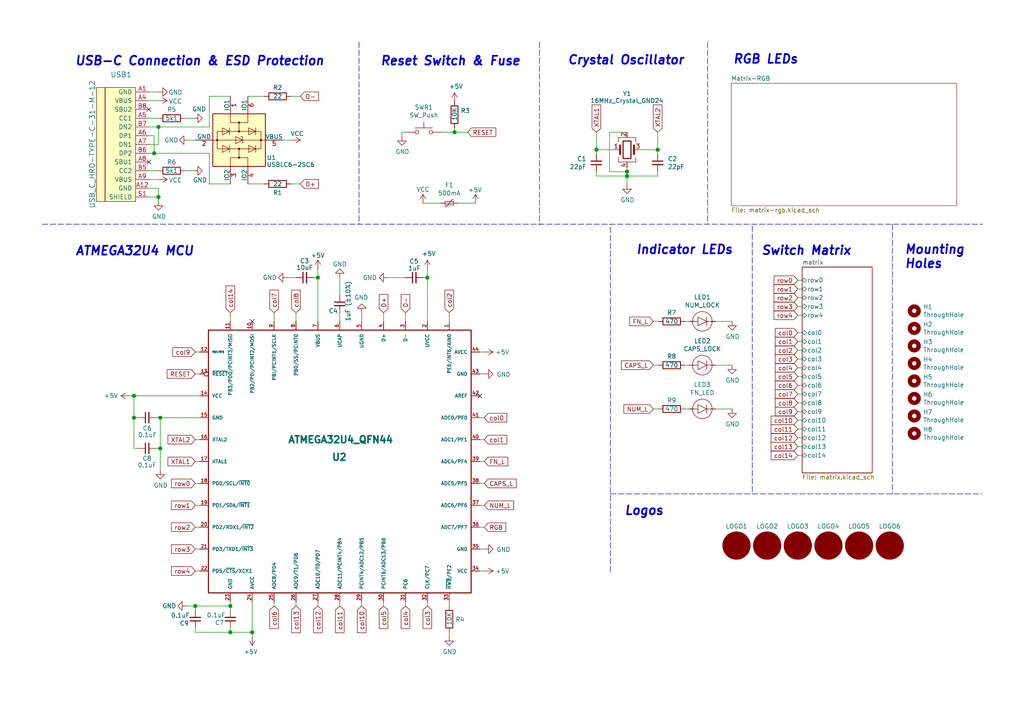
<source format=kicad_sch>
(kicad_sch (version 20210406) (generator eeschema)
  (paper "A4")
  (title_block (title "Arisutea RGB Keyboard") (date "2021-06-19") (rev "0.3") (company "mattyams"))
  (lib_symbols
    (symbol "Device:R" (pin_numbers hide) (pin_names (offset 0))
      (property "Reference" "R" (at 2.032 0 90))
      (property "Value" "R" (at 0 0 90))
      (symbol "R_0_1"
        (rectangle (start -1.016 -2.54) (end 1.016 2.54) (stroke (width 0.254)))
      )
      (symbol "R_1_1"
        (pin passive line (at 0 3.81 270) (length 1.27) (name "~") (number "1"))
        (pin passive line (at 0 -3.81 90) (length 1.27) (name "~") (number "2"))
      )
    )
    (symbol "arisutea-pcb:ATmega32U4-AU-MCU_Microchip_ATmega" (pin_names (offset 1.016))
      (property "Reference" "U" (at 0 1.27 0))
      (property "Value" "ATmega32U4-AU-MCU_Microchip_ATmega" (at 0 -2.54 0))
      (symbol "ATmega32U4-AU-MCU_Microchip_ATmega_0_1"
        (rectangle (start -38.1 38.1) (end 38.1 -38.1) (stroke (width 0.3048)))
      )
      (symbol "ATmega32U4-AU-MCU_Microchip_ATmega_1_1"
        (pin bidirectional line (at -40.64 31.75 0) (length 2.54) (name "PE6/INT6/AIN0") (number "1"))
        (pin bidirectional line (at -40.64 -25.4 0) (length 2.54) (name "PB2/PDI/PCINT2/MOSI") (number "10"))
        (pin bidirectional line (at -40.64 -31.75 0) (length 2.54) (name "PB3/PDO/PCINT3/MISO") (number "11"))
        (pin bidirectional line (at -31.75 -40.64 90) (length 2.54) (name "PB7/RTS") (number "12"))
        (pin input inverted (at -25.4 -40.64 90) (length 2.54) (name "~RESET~") (number "13"))
        (pin power_in line (at -19.05 -40.64 90) (length 2.54) (name "VCC") (number "14"))
        (pin power_in line (at -12.7 -40.64 90) (length 2.54) (name "GND") (number "15"))
        (pin input line (at -6.35 -40.64 90) (length 2.54) (name "XTAL2") (number "16"))
        (pin input line (at 0 -40.64 90) (length 2.54) (name "XTAL1") (number "17"))
        (pin bidirectional line (at 6.35 -40.64 90) (length 2.54) (name "PD0/SCL/~INT0~") (number "18"))
        (pin bidirectional line (at 12.7 -40.64 90) (length 2.54) (name "PD1/SDA/~INT1~") (number "19"))
        (pin power_in line (at -40.64 25.4 0) (length 2.54) (name "UVCC") (number "2"))
        (pin bidirectional line (at 19.05 -40.64 90) (length 2.54) (name "PD2/RDX1/~INT2~") (number "20"))
        (pin bidirectional line (at 25.4 -40.64 90) (length 2.54) (name "PD3/TXD1/~INT3~") (number "21"))
        (pin bidirectional line (at 31.75 -40.64 90) (length 2.54) (name "PD5/~CTS~/XCK1") (number "22"))
        (pin power_in line (at 40.64 -31.75 180) (length 2.54) (name "GND") (number "23"))
        (pin power_in line (at 40.64 -25.4 180) (length 2.54) (name "AVCC") (number "24"))
        (pin bidirectional line (at 40.64 -19.05 180) (length 2.54) (name "ADC8/PD4") (number "25"))
        (pin bidirectional line (at 40.64 -12.7 180) (length 2.54) (name "ADC9/T1/PD6") (number "26"))
        (pin bidirectional line (at 40.64 -6.35 180) (length 2.54) (name "ADC10/T0/PD7") (number "27"))
        (pin bidirectional line (at 40.64 0 180) (length 2.54) (name "ADC11/PCINT4/PB4") (number "28"))
        (pin bidirectional line (at 40.64 6.35 180) (length 2.54) (name "PCINT4/ADC12/PB5") (number "29"))
        (pin bidirectional line (at -40.64 19.05 0) (length 2.54) (name "D-") (number "3"))
        (pin bidirectional line (at 40.64 12.7 180) (length 2.54) (name "PCINT6/ADC13/PB6") (number "30"))
        (pin bidirectional line (at 40.64 19.05 180) (length 2.54) (name "PC6") (number "31"))
        (pin bidirectional line (at 40.64 25.4 180) (length 2.54) (name "CLK/PC7") (number "32"))
        (pin bidirectional line (at 40.64 31.75 180) (length 2.54) (name "~HWB~/PE2") (number "33"))
        (pin power_in line (at 31.75 40.64 270) (length 2.54) (name "VCC") (number "34"))
        (pin power_in line (at 25.4 40.64 270) (length 2.54) (name "GND") (number "35"))
        (pin bidirectional line (at 19.05 40.64 270) (length 2.54) (name "ADC7/PF7") (number "36"))
        (pin bidirectional line (at 12.7 40.64 270) (length 2.54) (name "ADC6/PF6") (number "37"))
        (pin bidirectional line (at 6.35 40.64 270) (length 2.54) (name "ADC5/PF5") (number "38"))
        (pin bidirectional line (at 0 40.64 270) (length 2.54) (name "ADC4/PF4") (number "39"))
        (pin bidirectional line (at -40.64 12.7 0) (length 2.54) (name "D+") (number "4"))
        (pin bidirectional line (at -6.35 40.64 270) (length 2.54) (name "ADC1/PF1") (number "40"))
        (pin bidirectional line (at -12.7 40.64 270) (length 2.54) (name "ADC0/PF0") (number "41"))
        (pin input line (at -19.05 40.64 270) (length 2.54) (name "AREF") (number "42"))
        (pin power_in line (at -25.4 40.64 270) (length 2.54) (name "GND") (number "43"))
        (pin power_in line (at -31.75 40.64 270) (length 2.54) (name "AVCC") (number "44"))
        (pin power_in line (at -40.64 6.35 0) (length 2.54) (name "UGND") (number "5"))
        (pin input line (at -40.64 0 0) (length 2.54) (name "UCAP") (number "6"))
        (pin power_in line (at -40.64 -6.35 0) (length 2.54) (name "VBUS") (number "7"))
        (pin bidirectional line (at -40.64 -12.7 0) (length 2.54) (name "PB0/SS/PCINT0") (number "8"))
        (pin bidirectional line (at -40.64 -19.05 0) (length 2.54) (name "PBI/PCINT1/SCLK") (number "9"))
      )
    )
    (symbol "arisutea-pcb:Device_C_Small" (pin_numbers hide) (pin_names (offset 0.254) hide)
      (property "Reference" "C" (at 0.254 1.778 0))
      (property "Value" "Device_C_Small" (at 0.254 -2.032 0))
      (symbol "Device_C_Small_0_1"
        (polyline (pts (xy -1.524 -0.508) (xy 1.524 -0.508)) (stroke (width 0.3302)))
        (polyline (pts (xy -1.524 0.508) (xy 1.524 0.508)) (stroke (width 0.3048)))
      )
      (symbol "Device_C_Small_1_1"
        (pin passive line (at 0 2.54 270) (length 2.032) (name "~") (number "1"))
        (pin passive line (at 0 -2.54 90) (length 2.032) (name "~") (number "2"))
      )
    )
    (symbol "arisutea-pcb:Device_Crystal_GND24" (pin_names (offset 1.016) hide)
      (property "Reference" "Y" (at 3.175 5.08 0))
      (property "Value" "Device_Crystal_GND24" (at 3.175 3.175 0))
      (symbol "Device_Crystal_GND24_0_1"
        (rectangle (start -1.143 2.54) (end 1.143 -2.54) (stroke (width 0.3048)))
        (polyline (pts (xy -2.54 0) (xy -2.032 0)))
        (polyline (pts (xy -2.032 -1.27) (xy -2.032 1.27)) (stroke (width 0.508)))
        (polyline (pts (xy 0 -3.81) (xy 0 -3.556)))
        (polyline (pts (xy 0 3.556) (xy 0 3.81)))
        (polyline (pts (xy 2.032 -1.27) (xy 2.032 1.27)) (stroke (width 0.508)))
        (polyline (pts (xy 2.032 0) (xy 2.54 0)))
        (polyline (pts (xy -2.54 -2.286) (xy -2.54 -3.556) (xy 2.54 -3.556) (xy 2.54 -2.286)))
        (polyline (pts (xy -2.54 2.286) (xy -2.54 3.556) (xy 2.54 3.556) (xy 2.54 2.286)))
      )
      (symbol "Device_Crystal_GND24_1_1"
        (pin passive line (at -3.81 0 0) (length 1.27) (name "1") (number "1"))
        (pin passive line (at 0 5.08 270) (length 1.27) (name "2") (number "2"))
        (pin passive line (at 3.81 0 180) (length 1.27) (name "3") (number "3"))
        (pin passive line (at 0 -5.08 90) (length 1.27) (name "4") (number "4"))
      )
    )
    (symbol "arisutea-pcb:Device_Polyfuse_Small" (pin_numbers hide) (pin_names (offset 0))
      (property "Reference" "F" (at -1.905 0 90))
      (property "Value" "Device_Polyfuse_Small" (at 1.905 0 90))
      (symbol "Device_Polyfuse_Small_0_1"
        (rectangle (start -0.508 1.27) (end 0.508 -1.27))
        (polyline (pts (xy 0 2.54) (xy 0 -2.54)))
        (polyline (pts (xy -1.016 1.27) (xy -1.016 0.762) (xy 1.016 -0.762) (xy 1.016 -1.27)))
      )
      (symbol "Device_Polyfuse_Small_1_1"
        (pin passive line (at 0 2.54 270) (length 0.635) (name "~") (number "1"))
        (pin passive line (at 0 -2.54 90) (length 0.635) (name "~") (number "2"))
      )
    )
    (symbol "arisutea-pcb:Device_R" (pin_numbers hide) (pin_names (offset 0))
      (property "Reference" "R" (at 2.032 0 90))
      (property "Value" "Device_R" (at 0 0 90))
      (symbol "Device_R_0_1"
        (rectangle (start -1.016 -2.54) (end 1.016 2.54) (stroke (width 0.254)))
      )
      (symbol "Device_R_1_1"
        (pin passive line (at 0 3.81 270) (length 1.27) (name "~") (number "1"))
        (pin passive line (at 0 -3.81 90) (length 1.27) (name "~") (number "2"))
      )
    )
    (symbol "arisutea-pcb:LED" (pin_names (offset 1.016))
      (property "Reference" "LED" (at 0 3.81 0))
      (property "Value" "LED" (at 0 -3.81 0))
      (symbol "LED_0_1"
        (circle (center 0 0) (radius 2.8448))
        (polyline (pts (xy -2.54 0) (xy -3.81 0)))
        (polyline (pts (xy -1.27 -1.27) (xy -1.27 1.27)))
        (polyline (pts (xy -1.27 0) (xy -2.54 0)))
        (polyline (pts (xy 2.54 0) (xy 3.81 0)))
        (polyline (pts (xy 2.54 0) (xy 1.27 0) (xy 1.27 -1.27) (xy 1.27 1.27) (xy -1.27 0) (xy 1.27 -1.27) (xy 1.27 0)))
      )
      (symbol "LED_1_1"
        (pin input line (at 3.81 0 180) (length 1.27) (name "A") (number "A"))
        (pin output line (at -3.81 0 0) (length 1.27) (name "C") (number "C"))
      )
    )
    (symbol "arisutea-pcb:LOGO" (pin_numbers hide) (pin_names (offset 0) hide)
      (property "Reference" "LOGO" (at 0 -6.35 0))
      (property "Value" "LOGO" (at 0 6.35 0))
      (symbol "LOGO_0_1"
        (circle (center 0 0) (radius 4.0132) (fill (type outline)))
      )
    )
    (symbol "arisutea-pcb:Mechanical_MountingHole" (pin_names (offset 1.016))
      (property "Reference" "H" (at 0 5.08 0))
      (property "Value" "Mechanical_MountingHole" (at 0 3.175 0))
      (symbol "Mechanical_MountingHole_0_1"
        (circle (center 0 0) (radius 1.27) (stroke (width 1.27)))
      )
    )
    (symbol "arisutea-pcb:Switch_SW_Push" (pin_numbers hide) (pin_names (offset 1.016) hide)
      (property "Reference" "SW" (at 1.27 2.54 0))
      (property "Value" "Switch_SW_Push" (at 0 -1.524 0))
      (symbol "Switch_SW_Push_0_1"
        (circle (center -2.032 0) (radius 0.508))
        (circle (center 2.032 0) (radius 0.508))
        (polyline (pts (xy 0 1.27) (xy 0 3.048)))
        (polyline (pts (xy 2.54 1.27) (xy -2.54 1.27)))
        (pin passive line (at -5.08 0 0) (length 2.54) (name "1") (number "1"))
        (pin passive line (at 5.08 0 180) (length 2.54) (name "2") (number "2"))
      )
    )
    (symbol "arisutea-pcb:USBLC6-2SC6-Power_Protection" (pin_names (offset 0))
      (property "Reference" "U" (at 5.08 8.89 0))
      (property "Value" "USBLC6-2SC6-Power_Protection" (at 10.16 -10.16 0))
      (symbol "USBLC6-2SC6-Power_Protection_0_1"
        (circle (center -5.08 0) (radius 0.254) (fill (type outline)))
        (circle (center -2.54 0) (radius 0.254) (fill (type outline)))
        (circle (center 0 -6.35) (radius 0.254) (fill (type outline)))
        (circle (center 0 6.35) (radius 0.254) (fill (type outline)))
        (circle (center 2.54 0) (radius 0.254) (fill (type outline)))
        (circle (center 5.08 0) (radius 0.254) (fill (type outline)))
        (rectangle (start -2.54 6.35) (end 2.54 -6.35))
        (rectangle (start -7.62 -7.62) (end 7.62 7.62) (stroke (width 0.254)) (fill (type background)))
        (polyline (pts (xy -5.08 -2.54) (xy -7.62 -2.54)))
        (polyline (pts (xy -5.08 0) (xy -5.08 -2.54)))
        (polyline (pts (xy -5.08 2.54) (xy -7.62 2.54)))
        (polyline (pts (xy -1.524 -2.794) (xy -3.556 -2.794)))
        (polyline (pts (xy -1.524 4.826) (xy -3.556 4.826)))
        (polyline (pts (xy 0 -7.62) (xy 0 -6.35)))
        (polyline (pts (xy 0 -6.35) (xy 0 1.27)))
        (polyline (pts (xy 0 1.27) (xy 0 6.35)))
        (polyline (pts (xy 0 6.35) (xy 0 7.62)))
        (polyline (pts (xy 1.524 -2.794) (xy 3.556 -2.794)))
        (polyline (pts (xy 1.524 4.826) (xy 3.556 4.826)))
        (polyline (pts (xy 5.08 -2.54) (xy 7.62 -2.54)))
        (polyline (pts (xy 5.08 0) (xy 5.08 -2.54)))
        (polyline (pts (xy 5.08 2.54) (xy 7.62 2.54)))
        (polyline (pts (xy -2.54 0) (xy -5.08 0) (xy -5.08 2.54)))
        (polyline (pts (xy 2.54 0) (xy 5.08 0) (xy 5.08 2.54)))
        (polyline (pts (xy -3.556 -4.826) (xy -1.524 -4.826) (xy -2.54 -2.794) (xy -3.556 -4.826)))
        (polyline (pts (xy -3.556 2.794) (xy -1.524 2.794) (xy -2.54 4.826) (xy -3.556 2.794)))
        (polyline (pts (xy -1.016 -1.016) (xy 1.016 -1.016) (xy 0 1.016) (xy -1.016 -1.016)))
        (polyline (pts (xy 1.016 1.016) (xy 0.762 1.016) (xy -1.016 1.016) (xy -1.016 0.508)))
        (polyline (pts (xy 3.556 -4.826) (xy 1.524 -4.826) (xy 2.54 -2.794) (xy 3.556 -4.826)))
        (polyline (pts (xy 3.556 2.794) (xy 1.524 2.794) (xy 2.54 4.826) (xy 3.556 2.794)))
      )
      (symbol "USBLC6-2SC6-Power_Protection_1_1"
        (pin passive line (at -12.7 -2.54 0) (length 5.08) (name "IO1") (number "1"))
        (pin passive line (at 0 -12.7 90) (length 5.08) (name "GND") (number "2"))
        (pin passive line (at 12.7 -2.54 180) (length 5.08) (name "IO2") (number "3"))
        (pin passive line (at 12.7 2.54 180) (length 5.08) (name "IO2") (number "4"))
        (pin passive line (at 0 12.7 270) (length 5.08) (name "VBUS") (number "5"))
        (pin passive line (at -12.7 2.54 0) (length 5.08) (name "IO1") (number "6"))
      )
    )
    (symbol "arisutea-pcb:USB_HRO-TYPE-C-31-M-12" (pin_names (offset 1.016))
      (property "Reference" "USB" (at -5.08 16.51 0))
      (property "Value" "USB_HRO-TYPE-C-31-M-12" (at -10.16 -1.27 90))
      (symbol "USB_HRO-TYPE-C-31-M-12_0_1"
        (rectangle (start -11.43 15.24) (end -8.89 -17.78) (fill (type background)))
        (rectangle (start 0 -17.78) (end -8.89 15.24) (fill (type background)))
      )
      (symbol "USB_HRO-TYPE-C-31-M-12_1_1"
        (pin input line (at 3.81 13.97 180) (length 3.81) (name "GND") (number "A1"))
        (pin input line (at 3.81 -13.97 180) (length 3.81) (name "GND") (number "A12"))
        (pin input line (at 3.81 11.43 180) (length 3.81) (name "VBUS") (number "A4"))
        (pin input line (at 3.81 6.35 180) (length 3.81) (name "CC1") (number "A5"))
        (pin input line (at 3.81 1.27 180) (length 3.81) (name "DP1") (number "A6"))
        (pin input line (at 3.81 -1.27 180) (length 3.81) (name "DN1") (number "A7"))
        (pin input line (at 3.81 -6.35 180) (length 3.81) (name "SBU1") (number "A8"))
        (pin input line (at 3.81 -11.43 180) (length 3.81) (name "VBUS") (number "A9"))
        (pin input line (at 3.81 -8.89 180) (length 3.81) (name "CC2") (number "B5"))
        (pin input line (at 3.81 -3.81 180) (length 3.81) (name "DP2") (number "B6"))
        (pin input line (at 3.81 3.81 180) (length 3.81) (name "DN2") (number "B7"))
        (pin input line (at 3.81 8.89 180) (length 3.81) (name "SBU2") (number "B8"))
        (pin input line (at 3.81 -16.51 180) (length 3.81) (name "SHIELD") (number "S1"))
      )
    )
    (symbol "power:+5V" (power) (pin_names (offset 0))
      (property "Value" "+5V" (at 0 3.556 0))
      (symbol "+5V_0_1"
        (polyline (pts (xy -0.762 1.27) (xy 0 2.54)))
        (polyline (pts (xy 0 0) (xy 0 2.54)))
        (polyline (pts (xy 0 2.54) (xy 0.762 1.27)))
      )
      (symbol "+5V_1_1"
        (pin power_in line (at 0 0 90) (length 0) hide (name "+5V") (number "1"))
      )
    )
    (symbol "power:GND" (power) (pin_names (offset 0))
      (property "Value" "GND" (at 0 -3.81 0))
      (symbol "GND_0_1"
        (polyline (pts (xy 0 0) (xy 0 -1.27) (xy 1.27 -1.27) (xy 0 -2.54) (xy -1.27 -1.27) (xy 0 -1.27)))
      )
      (symbol "GND_1_1"
        (pin power_in line (at 0 0 270) (length 0) hide (name "GND") (number "1"))
      )
    )
    (symbol "power:VCC" (power) (pin_names (offset 0))
      (property "Value" "VCC" (at 0 3.81 0))
      (symbol "VCC_0_1"
        (polyline (pts (xy -0.762 1.27) (xy 0 2.54)))
        (polyline (pts (xy 0 0) (xy 0 2.54)))
        (polyline (pts (xy 0 2.54) (xy 0.762 1.27)))
      )
      (symbol "VCC_1_1"
        (pin power_in line (at 0 0 90) (length 0) hide (name "VCC") (number "1"))
      )
    )
  )
  (junction (at 38.862 114.808) (diameter 1.016))
  (junction (at 38.862 121.158) (diameter 1.016))
  (junction (at 44.704 44.45) (diameter 1.016))
  (junction (at 45.974 36.83) (diameter 1.016))
  (junction (at 45.974 57.15) (diameter 1.016))
  (junction (at 46.482 121.158) (diameter 1.016))
  (junction (at 46.482 130.048) (diameter 1.016))
  (junction (at 56.642 175.768) (diameter 1.016))
  (junction (at 66.802 175.768) (diameter 1.016))
  (junction (at 66.802 183.388) (diameter 1.016))
  (junction (at 73.152 183.388) (diameter 1.016))
  (junction (at 92.202 80.518) (diameter 1.016))
  (junction (at 123.952 80.518) (diameter 1.016))
  (junction (at 131.826 38.354) (diameter 1.016))
  (junction (at 172.974 43.434) (diameter 1.016))
  (junction (at 181.864 49.784) (diameter 1.016))
  (junction (at 181.864 51.054) (diameter 1.016))
  (junction (at 190.754 43.434) (diameter 1.016))
  (no_connect (at 43.18 31.75))
  (no_connect (at 43.18 46.99))
  (no_connect (at 73.152 93.218))
  (no_connect (at 139.192 114.808))
  (wire (pts (xy 37.592 114.808) (xy 38.862 114.808)))
  (wire (pts (xy 38.862 114.808) (xy 38.862 121.158)))
  (wire (pts (xy 38.862 114.808) (xy 57.912 114.808)))
  (wire (pts (xy 38.862 121.158) (xy 38.862 130.048)))
  (wire (pts (xy 38.862 121.158) (xy 40.132 121.158)))
  (wire (pts (xy 38.862 130.048) (xy 40.132 130.048)))
  (wire (pts (xy 43.18 26.67) (xy 45.974 26.67)))
  (wire (pts (xy 43.18 29.21) (xy 45.974 29.21)))
  (wire (pts (xy 43.18 34.29) (xy 45.974 34.29)))
  (wire (pts (xy 43.18 41.91) (xy 45.974 41.91)))
  (wire (pts (xy 43.18 44.45) (xy 44.704 44.45)))
  (wire (pts (xy 43.18 49.53) (xy 45.974 49.53)))
  (wire (pts (xy 43.18 52.07) (xy 45.974 52.07)))
  (wire (pts (xy 43.18 54.61) (xy 45.974 54.61)))
  (wire (pts (xy 43.18 57.15) (xy 45.974 57.15)))
  (wire (pts (xy 44.704 39.37) (xy 43.18 39.37)))
  (wire (pts (xy 44.704 44.45) (xy 44.704 39.37)))
  (wire (pts (xy 45.974 36.83) (xy 43.18 36.83)))
  (wire (pts (xy 45.974 41.91) (xy 45.974 36.83)))
  (wire (pts (xy 45.974 54.61) (xy 45.974 57.15)))
  (wire (pts (xy 45.974 57.15) (xy 45.974 58.42)))
  (wire (pts (xy 46.482 121.158) (xy 45.212 121.158)))
  (wire (pts (xy 46.482 121.158) (xy 46.482 130.048)))
  (wire (pts (xy 46.482 121.158) (xy 57.912 121.158)))
  (wire (pts (xy 46.482 130.048) (xy 45.212 130.048)))
  (wire (pts (xy 46.482 130.048) (xy 46.482 136.398)))
  (wire (pts (xy 53.594 34.29) (xy 56.134 34.29)))
  (wire (pts (xy 53.594 49.53) (xy 56.134 49.53)))
  (wire (pts (xy 54.102 175.768) (xy 56.642 175.768)))
  (wire (pts (xy 54.61 40.64) (xy 56.642 40.64)))
  (wire (pts (xy 56.642 102.108) (xy 57.912 102.108)))
  (wire (pts (xy 56.642 108.458) (xy 57.912 108.458)))
  (wire (pts (xy 56.642 127.508) (xy 57.912 127.508)))
  (wire (pts (xy 56.642 133.858) (xy 57.912 133.858)))
  (wire (pts (xy 56.642 140.208) (xy 57.912 140.208)))
  (wire (pts (xy 56.642 146.558) (xy 57.912 146.558)))
  (wire (pts (xy 56.642 152.908) (xy 57.912 152.908)))
  (wire (pts (xy 56.642 159.258) (xy 57.912 159.258)))
  (wire (pts (xy 56.642 165.608) (xy 57.912 165.608)))
  (wire (pts (xy 56.642 175.768) (xy 66.802 175.768)))
  (wire (pts (xy 56.642 177.038) (xy 56.642 175.768)))
  (wire (pts (xy 56.642 183.388) (xy 56.642 182.118)))
  (wire (pts (xy 56.642 183.388) (xy 66.802 183.388)))
  (wire (pts (xy 60.706 27.94) (xy 60.706 36.83)))
  (wire (pts (xy 60.706 36.83) (xy 45.974 36.83)))
  (wire (pts (xy 60.706 44.45) (xy 44.704 44.45)))
  (wire (pts (xy 60.706 53.34) (xy 60.706 44.45)))
  (wire (pts (xy 66.802 27.94) (xy 60.706 27.94)))
  (wire (pts (xy 66.802 53.34) (xy 60.706 53.34)))
  (wire (pts (xy 66.802 90.678) (xy 66.802 93.218)))
  (wire (pts (xy 66.802 174.498) (xy 66.802 175.768)))
  (wire (pts (xy 66.802 177.038) (xy 66.802 175.768)))
  (wire (pts (xy 66.802 183.388) (xy 66.802 182.118)))
  (wire (pts (xy 66.802 183.388) (xy 73.152 183.388)))
  (wire (pts (xy 71.882 27.94) (xy 76.708 27.94)))
  (wire (pts (xy 71.882 53.34) (xy 76.708 53.34)))
  (wire (pts (xy 73.152 174.498) (xy 73.152 183.388)))
  (wire (pts (xy 73.152 183.388) (xy 73.152 184.658)))
  (wire (pts (xy 79.502 90.678) (xy 79.502 93.218)))
  (wire (pts (xy 79.502 174.498) (xy 79.502 175.768)))
  (wire (pts (xy 82.042 40.64) (xy 84.582 40.64)))
  (wire (pts (xy 83.312 80.518) (xy 85.852 80.518)))
  (wire (pts (xy 84.328 27.94) (xy 87.122 27.94)))
  (wire (pts (xy 84.328 53.34) (xy 87.122 53.34)))
  (wire (pts (xy 85.852 90.678) (xy 85.852 93.218)))
  (wire (pts (xy 85.852 174.498) (xy 85.852 175.768)))
  (wire (pts (xy 90.932 80.518) (xy 92.202 80.518)))
  (wire (pts (xy 92.202 77.978) (xy 92.202 80.518)))
  (wire (pts (xy 92.202 80.518) (xy 92.202 93.218)))
  (wire (pts (xy 92.202 174.498) (xy 92.202 175.768)))
  (wire (pts (xy 98.552 80.518) (xy 98.552 85.598)))
  (wire (pts (xy 98.552 90.678) (xy 98.552 93.218)))
  (wire (pts (xy 98.552 174.498) (xy 98.552 175.768)))
  (wire (pts (xy 104.902 90.678) (xy 104.902 93.218)))
  (wire (pts (xy 104.902 174.498) (xy 104.902 175.768)))
  (wire (pts (xy 111.252 90.678) (xy 111.252 93.218)))
  (wire (pts (xy 111.252 174.498) (xy 111.252 175.768)))
  (wire (pts (xy 112.522 80.518) (xy 117.602 80.518)))
  (wire (pts (xy 116.586 38.354) (xy 116.586 39.624)))
  (wire (pts (xy 117.602 90.678) (xy 117.602 93.218)))
  (wire (pts (xy 117.602 174.498) (xy 117.602 175.768)))
  (wire (pts (xy 117.856 38.354) (xy 116.586 38.354)))
  (wire (pts (xy 122.682 80.518) (xy 123.952 80.518)))
  (wire (pts (xy 123.952 77.978) (xy 123.952 80.518)))
  (wire (pts (xy 123.952 80.518) (xy 123.952 93.218)))
  (wire (pts (xy 123.952 174.498) (xy 123.952 175.768)))
  (wire (pts (xy 127.762 58.928) (xy 122.682 58.928)))
  (wire (pts (xy 128.016 38.354) (xy 131.826 38.354)))
  (wire (pts (xy 130.302 90.678) (xy 130.302 93.218)))
  (wire (pts (xy 130.302 174.498) (xy 130.302 175.768)))
  (wire (pts (xy 130.302 184.658) (xy 130.302 183.388)))
  (wire (pts (xy 131.826 37.084) (xy 131.826 38.354)))
  (wire (pts (xy 131.826 38.354) (xy 135.636 38.354)))
  (wire (pts (xy 132.842 58.928) (xy 137.922 58.928)))
  (wire (pts (xy 139.192 102.108) (xy 140.462 102.108)))
  (wire (pts (xy 139.192 108.458) (xy 140.462 108.458)))
  (wire (pts (xy 139.192 121.158) (xy 140.462 121.158)))
  (wire (pts (xy 139.192 127.508) (xy 140.462 127.508)))
  (wire (pts (xy 139.192 133.858) (xy 140.462 133.858)))
  (wire (pts (xy 139.192 140.208) (xy 140.462 140.208)))
  (wire (pts (xy 139.192 146.558) (xy 140.462 146.558)))
  (wire (pts (xy 139.192 152.908) (xy 140.462 152.908)))
  (wire (pts (xy 139.192 159.258) (xy 140.462 159.258)))
  (wire (pts (xy 139.192 165.608) (xy 140.462 165.608)))
  (wire (pts (xy 172.974 43.434) (xy 172.974 38.354)))
  (wire (pts (xy 172.974 43.434) (xy 172.974 44.704)))
  (wire (pts (xy 172.974 43.434) (xy 178.054 43.434)))
  (wire (pts (xy 172.974 49.784) (xy 172.974 51.054)))
  (wire (pts (xy 172.974 51.054) (xy 181.864 51.054)))
  (wire (pts (xy 176.784 38.354) (xy 176.784 49.784)))
  (wire (pts (xy 176.784 49.784) (xy 181.864 49.784)))
  (wire (pts (xy 181.864 38.354) (xy 176.784 38.354)))
  (wire (pts (xy 181.864 49.784) (xy 181.864 48.514)))
  (wire (pts (xy 181.864 51.054) (xy 181.864 49.784)))
  (wire (pts (xy 181.864 53.594) (xy 181.864 51.054)))
  (wire (pts (xy 185.674 43.434) (xy 190.754 43.434)))
  (wire (pts (xy 189.484 93.218) (xy 191.008 93.218)))
  (wire (pts (xy 189.484 105.918) (xy 191.008 105.918)))
  (wire (pts (xy 189.484 118.618) (xy 191.008 118.618)))
  (wire (pts (xy 190.754 43.434) (xy 190.754 38.354)))
  (wire (pts (xy 190.754 43.434) (xy 190.754 44.704)))
  (wire (pts (xy 190.754 49.784) (xy 190.754 51.054)))
  (wire (pts (xy 190.754 51.054) (xy 181.864 51.054)))
  (wire (pts (xy 198.628 93.218) (xy 199.898 93.218)))
  (wire (pts (xy 198.628 105.918) (xy 199.898 105.918)))
  (wire (pts (xy 198.628 118.618) (xy 199.898 118.618)))
  (wire (pts (xy 207.518 93.218) (xy 212.344 93.218)))
  (wire (pts (xy 207.518 105.918) (xy 212.344 105.918)))
  (wire (pts (xy 207.518 118.618) (xy 212.344 118.618)))
  (wire (pts (xy 231.394 86.36) (xy 232.664 86.36)))
  (wire (pts (xy 231.394 88.9) (xy 232.664 88.9)))
  (wire (pts (xy 231.394 91.44) (xy 232.664 91.44)))
  (wire (pts (xy 231.394 96.52) (xy 232.664 96.52)))
  (wire (pts (xy 231.394 99.06) (xy 232.664 99.06)))
  (wire (pts (xy 231.394 101.6) (xy 232.664 101.6)))
  (wire (pts (xy 231.394 104.14) (xy 232.664 104.14)))
  (wire (pts (xy 231.394 106.68) (xy 232.664 106.68)))
  (wire (pts (xy 231.394 109.22) (xy 232.664 109.22)))
  (wire (pts (xy 231.394 111.76) (xy 232.664 111.76)))
  (wire (pts (xy 231.394 114.3) (xy 232.664 114.3)))
  (wire (pts (xy 231.394 116.84) (xy 232.664 116.84)))
  (wire (pts (xy 231.394 119.38) (xy 232.664 119.38)))
  (wire (pts (xy 231.394 121.92) (xy 232.664 121.92)))
  (wire (pts (xy 231.394 124.46) (xy 232.664 124.46)))
  (wire (pts (xy 231.394 127) (xy 232.664 127)))
  (wire (pts (xy 231.394 129.54) (xy 232.664 129.54)))
  (wire (pts (xy 231.394 132.08) (xy 232.664 132.08)))
  (wire (pts (xy 232.664 81.28) (xy 231.394 81.28)))
  (wire (pts (xy 232.664 83.82) (xy 231.394 83.82)))
  (polyline (pts (xy 12.192 65.024) (xy 284.988 65.024)) (stroke (width 0) (type dash)))
  (polyline (pts (xy 104.14 12.192) (xy 104.14 65.024)) (stroke (width 0) (type dash)))
  (polyline (pts (xy 156.464 12.192) (xy 156.464 65.278)) (stroke (width 0) (type dash)))
  (polyline (pts (xy 177.038 143.256) (xy 284.734 143.256)) (stroke (width 0) (type dash)))
  (polyline (pts (xy 177.038 165.862) (xy 177.038 65.024)) (stroke (width 0) (type dash)))
  (polyline (pts (xy 205.232 12.192) (xy 205.232 65.024)) (stroke (width 0) (type dash)))
  (polyline (pts (xy 218.186 65.532) (xy 218.186 143.256)) (stroke (width 0) (type dash)))
  (polyline (pts (xy 258.826 65.024) (xy 258.826 143.256)) (stroke (width 0) (type dash)))
  (text "ATMEGA32U4 MCU" (at 56.388 74.422 180) (effects (font (size 2.54 2.54) (thickness 0.508) bold italic) (justify right bottom)))
  (text "USB-C Connection & ESD Protection" (at 94.234 19.304 180) (effects (font (size 2.54 2.54) (thickness 0.508) bold italic) (justify right bottom)))
  (text "Reset Switch & Fuse" (at 151.13 19.304 180) (effects (font (size 2.54 2.54) (thickness 0.508) bold italic) (justify right bottom)))
  (text "Logos" (at 192.659 149.733 180) (effects (font (size 2.54 2.54) (thickness 0.508) bold italic) (justify right bottom)))
  (text "Crystal Oscillator" (at 198.628 19.05 180) (effects (font (size 2.54 2.54) (thickness 0.508) bold italic) (justify right bottom)))
  (text "Indicator LEDs" (at 212.725 74.041 180) (effects (font (size 2.54 2.54) (thickness 0.508) bold italic) (justify right bottom)))
  (text "RGB LEDs" (at 231.648 18.796 180) (effects (font (size 2.54 2.54) (thickness 0.508) bold italic) (justify right bottom)))
  (text "Switch Matrix" (at 247.015 74.295 180) (effects (font (size 2.54 2.54) (thickness 0.508) bold italic) (justify right bottom)))
  (text "Mounting\nHoles" (at 262.255 78.105 0) (effects (font (size 2.54 2.54) (thickness 0.508) bold italic) (justify left bottom)))
  (global_label "col9" (shape input) (at 56.642 102.108 180) (property "Intersheet References" "${INTERSHEET_REFS}" (effects hide)))
  (global_label "RESET" (shape input) (at 56.642 108.458 180) (property "Intersheet References" "${INTERSHEET_REFS}" (effects hide)))
  (global_label "XTAL2" (shape input) (at 56.642 127.508 180) (property "Intersheet References" "${INTERSHEET_REFS}" (effects hide)))
  (global_label "XTAL1" (shape input) (at 56.642 133.858 180) (property "Intersheet References" "${INTERSHEET_REFS}" (effects hide)))
  (global_label "row0" (shape input) (at 56.642 140.208 180) (property "Intersheet References" "${INTERSHEET_REFS}" (effects hide)))
  (global_label "row1" (shape input) (at 56.642 146.558 180) (property "Intersheet References" "${INTERSHEET_REFS}" (effects hide)))
  (global_label "row2" (shape input) (at 56.642 152.908 180) (property "Intersheet References" "${INTERSHEET_REFS}" (effects hide)))
  (global_label "row3" (shape input) (at 56.642 159.258 180) (property "Intersheet References" "${INTERSHEET_REFS}" (effects hide)))
  (global_label "row4" (shape input) (at 56.642 165.608 180) (property "Intersheet References" "${INTERSHEET_REFS}" (effects hide)))
  (global_label "col14" (shape input) (at 66.802 90.678 90) (property "Intersheet References" "${INTERSHEET_REFS}" (effects hide)))
  (global_label "col7" (shape input) (at 79.502 90.678 90) (property "Intersheet References" "${INTERSHEET_REFS}" (effects hide)))
  (global_label "col6" (shape input) (at 79.502 175.768 270) (property "Intersheet References" "${INTERSHEET_REFS}" (effects hide)))
  (global_label "col8" (shape input) (at 85.852 90.678 90) (property "Intersheet References" "${INTERSHEET_REFS}" (effects hide)))
  (global_label "col13" (shape input) (at 85.852 175.768 270) (property "Intersheet References" "${INTERSHEET_REFS}" (effects hide)))
  (global_label "D-" (shape input) (at 87.122 27.94 0) (property "Intersheet References" "${INTERSHEET_REFS}" (effects hide)))
  (global_label "D+" (shape input) (at 87.122 53.34 0) (property "Intersheet References" "${INTERSHEET_REFS}" (effects hide)))
  (global_label "col12" (shape input) (at 92.202 175.768 270) (property "Intersheet References" "${INTERSHEET_REFS}" (effects hide)))
  (global_label "col11" (shape input) (at 98.552 175.768 270) (property "Intersheet References" "${INTERSHEET_REFS}" (effects hide)))
  (global_label "col10" (shape input) (at 104.902 175.768 270) (property "Intersheet References" "${INTERSHEET_REFS}" (effects hide)))
  (global_label "D+" (shape input) (at 111.252 90.678 90) (property "Intersheet References" "${INTERSHEET_REFS}" (effects hide)))
  (global_label "col5" (shape input) (at 111.252 175.768 270) (property "Intersheet References" "${INTERSHEET_REFS}" (effects hide)))
  (global_label "D-" (shape input) (at 117.602 90.678 90) (property "Intersheet References" "${INTERSHEET_REFS}" (effects hide)))
  (global_label "col4" (shape input) (at 117.602 175.768 270) (property "Intersheet References" "${INTERSHEET_REFS}" (effects hide)))
  (global_label "col3" (shape input) (at 123.952 175.768 270) (property "Intersheet References" "${INTERSHEET_REFS}" (effects hide)))
  (global_label "col2" (shape input) (at 130.302 90.678 90) (property "Intersheet References" "${INTERSHEET_REFS}" (effects hide)))
  (global_label "RESET" (shape input) (at 135.636 38.354 0) (property "Intersheet References" "${INTERSHEET_REFS}" (effects hide)))
  (global_label "col0" (shape input) (at 140.462 121.158 0) (property "Intersheet References" "${INTERSHEET_REFS}" (effects hide)))
  (global_label "col1" (shape input) (at 140.462 127.508 0) (property "Intersheet References" "${INTERSHEET_REFS}" (effects hide)))
  (global_label "FN_L" (shape input) (at 140.462 133.858 0) (property "Intersheet References" "${INTERSHEET_REFS}" (effects hide)))
  (global_label "CAPS_L" (shape input) (at 140.462 140.208 0) (property "Intersheet References" "${INTERSHEET_REFS}" (effects hide)))
  (global_label "NUM_L" (shape input) (at 140.462 146.558 0) (property "Intersheet References" "${INTERSHEET_REFS}" (effects hide)))
  (global_label "RGB" (shape input) (at 140.462 152.908 0) (property "Intersheet References" "${INTERSHEET_REFS}" (effects hide)))
  (global_label "XTAL1" (shape input) (at 172.974 38.354 90) (property "Intersheet References" "${INTERSHEET_REFS}" (effects hide)))
  (global_label "FN_L" (shape input) (at 189.484 93.218 180) (property "Intersheet References" "${INTERSHEET_REFS}" (effects hide)))
  (global_label "CAPS_L" (shape input) (at 189.484 105.918 180) (property "Intersheet References" "${INTERSHEET_REFS}" (effects hide)))
  (global_label "NUM_L" (shape input) (at 189.484 118.618 180) (property "Intersheet References" "${INTERSHEET_REFS}" (effects hide)))
  (global_label "XTAL2" (shape input) (at 190.754 38.354 90) (property "Intersheet References" "${INTERSHEET_REFS}" (effects hide)))
  (global_label "row0" (shape input) (at 231.394 81.28 180) (property "Intersheet References" "${INTERSHEET_REFS}" (effects hide)))
  (global_label "row1" (shape input) (at 231.394 83.82 180) (property "Intersheet References" "${INTERSHEET_REFS}" (effects hide)))
  (global_label "row2" (shape input) (at 231.394 86.36 180) (property "Intersheet References" "${INTERSHEET_REFS}" (effects hide)))
  (global_label "row3" (shape input) (at 231.394 88.9 180) (property "Intersheet References" "${INTERSHEET_REFS}" (effects hide)))
  (global_label "row4" (shape input) (at 231.394 91.44 180) (property "Intersheet References" "${INTERSHEET_REFS}" (effects hide)))
  (global_label "col0" (shape input) (at 231.394 96.52 180) (property "Intersheet References" "${INTERSHEET_REFS}" (effects hide)))
  (global_label "col1" (shape input) (at 231.394 99.06 180) (property "Intersheet References" "${INTERSHEET_REFS}" (effects hide)))
  (global_label "col2" (shape input) (at 231.394 101.6 180) (property "Intersheet References" "${INTERSHEET_REFS}" (effects hide)))
  (global_label "col3" (shape input) (at 231.394 104.14 180) (property "Intersheet References" "${INTERSHEET_REFS}" (effects hide)))
  (global_label "col4" (shape input) (at 231.394 106.68 180) (property "Intersheet References" "${INTERSHEET_REFS}" (effects hide)))
  (global_label "col5" (shape input) (at 231.394 109.22 180) (property "Intersheet References" "${INTERSHEET_REFS}" (effects hide)))
  (global_label "col6" (shape input) (at 231.394 111.76 180) (property "Intersheet References" "${INTERSHEET_REFS}" (effects hide)))
  (global_label "col7" (shape input) (at 231.394 114.3 180) (property "Intersheet References" "${INTERSHEET_REFS}" (effects hide)))
  (global_label "col8" (shape input) (at 231.394 116.84 180) (property "Intersheet References" "${INTERSHEET_REFS}" (effects hide)))
  (global_label "col9" (shape input) (at 231.394 119.38 180) (property "Intersheet References" "${INTERSHEET_REFS}" (effects hide)))
  (global_label "col10" (shape input) (at 231.394 121.92 180) (property "Intersheet References" "${INTERSHEET_REFS}" (effects hide)))
  (global_label "col11" (shape input) (at 231.394 124.46 180) (property "Intersheet References" "${INTERSHEET_REFS}" (effects hide)))
  (global_label "col12" (shape input) (at 231.394 127 180) (property "Intersheet References" "${INTERSHEET_REFS}" (effects hide)))
  (global_label "col13" (shape input) (at 231.394 129.54 180) (property "Intersheet References" "${INTERSHEET_REFS}" (effects hide)))
  (global_label "col14" (shape input) (at 231.394 132.08 180) (property "Intersheet References" "${INTERSHEET_REFS}" (effects hide)))
  (symbol (lib_id "power:+5V") (at 37.592 114.808 90) (unit 1)
    (property "Reference" "#PWR0117" (effects hide))
    (property "Value" "+5V" (at 32.1818 114.7826 90))
  )
  (symbol (lib_id "power:VCC") (at 45.974 29.21 270) (unit 1)
    (property "Reference" "#PWR0101" (effects hide))
    (property "Value" "VCC" (at 50.8762 29.3878 90))
  )
  (symbol (lib_id "power:VCC") (at 45.974 52.07 270) (unit 1)
    (property "Reference" "#PWR0102" (effects hide))
    (property "Value" "VCC" (at 50.8762 52.2478 90))
  )
  (symbol (lib_id "power:+5V") (at 73.152 184.658 180) (unit 1)
    (property "Reference" "#PWR0118" (effects hide))
    (property "Value" "+5V" (at 72.7202 189.0522 0))
  )
  (symbol (lib_id "power:VCC") (at 84.582 40.64 270) (unit 1)
    (property "Reference" "#PWR0103" (effects hide))
    (property "Value" "VCC" (at 86.1822 38.7858 90))
  )
  (symbol (lib_id "power:+5V") (at 92.202 77.978 0) (unit 1)
    (property "Reference" "#PWR0106" (effects hide))
    (property "Value" "+5V" (at 92.1766 74.0918 0))
  )
  (symbol (lib_id "power:VCC") (at 122.682 58.928 0) (unit 1)
    (property "Reference" "#PWR0122" (effects hide))
    (property "Value" "VCC" (at 122.6566 54.9656 0))
  )
  (symbol (lib_id "power:+5V") (at 123.952 77.978 0) (unit 1)
    (property "Reference" "#PWR0110" (effects hide))
    (property "Value" "+5V" (at 124.3838 73.5838 0))
  )
  (symbol (lib_id "power:+5V") (at 131.826 29.464 0) (unit 1)
    (property "Reference" "#PWR0109" (effects hide))
    (property "Value" "+5V" (at 132.2578 25.0698 0))
  )
  (symbol (lib_id "power:+5V") (at 137.922 58.928 0) (unit 1)
    (property "Reference" "#PWR0123" (effects hide))
    (property "Value" "+5V" (at 137.7696 55.0926 0))
  )
  (symbol (lib_id "power:+5V") (at 140.462 102.108 270) (unit 1)
    (property "Reference" "#PWR0111" (effects hide))
    (property "Value" "+5V" (at 145.6944 102.1588 90))
  )
  (symbol (lib_id "power:+5V") (at 140.462 165.608 270) (unit 1)
    (property "Reference" "#PWR0112" (effects hide))
    (property "Value" "+5V" (at 145.6944 165.6588 90))
  )
  (symbol (lib_id "power:GND") (at 45.974 26.67 90) (unit 1)
    (property "Reference" "#PWR0115" (effects hide))
    (property "Value" "GND" (at 50.8762 26.797 90))
  )
  (symbol (lib_id "power:GND") (at 45.974 58.42 0) (unit 1)
    (property "Reference" "#PWR0116" (effects hide))
    (property "Value" "GND" (at 46.101 62.8142 0))
  )
  (symbol (lib_id "power:GND") (at 46.482 136.398 0) (unit 1)
    (property "Reference" "#PWR0131" (effects hide))
    (property "Value" "GND" (at 46.609 140.7922 0))
  )
  (symbol (lib_id "power:GND") (at 54.102 175.768 270) (unit 1)
    (property "Reference" "#PWR0132" (effects hide))
    (property "Value" "GND" (at 49.0982 175.7426 90))
  )
  (symbol (lib_id "power:GND") (at 54.61 40.64 270) (unit 1)
    (property "Reference" "#PWR0133" (effects hide))
    (property "Value" "GND" (at 49.6824 40.64 90))
  )
  (symbol (lib_id "power:GND") (at 56.134 34.29 90) (unit 1)
    (property "Reference" "#PWR0134" (effects hide))
    (property "Value" "GND" (at 57.7342 31.623 90))
  )
  (symbol (lib_id "power:GND") (at 56.134 49.53 90) (unit 1)
    (property "Reference" "#PWR0135" (effects hide))
    (property "Value" "GND" (at 57.9882 52.197 90))
  )
  (symbol (lib_id "power:GND") (at 83.312 80.518 270) (unit 1)
    (property "Reference" "#PWR0107" (effects hide))
    (property "Value" "GND" (at 78.232 80.518 90))
  )
  (symbol (lib_id "power:GND") (at 98.552 80.518 180) (unit 1)
    (property "Reference" "#PWR0104" (effects hide))
    (property "Value" "GND" (at 98.552 76.6064 0))
  )
  (symbol (lib_id "power:GND") (at 104.902 90.678 180) (unit 1)
    (property "Reference" "#PWR0136" (effects hide))
    (property "Value" "GND" (at 104.775 86.2838 0))
  )
  (symbol (lib_id "power:GND") (at 112.522 80.518 270) (unit 1)
    (property "Reference" "#PWR0113" (effects hide))
    (property "Value" "GND" (at 107.2642 80.5434 90))
  )
  (symbol (lib_id "power:GND") (at 116.586 39.624 0) (unit 1)
    (property "Reference" "#PWR0108" (effects hide))
    (property "Value" "GND" (at 116.713 44.0182 0))
  )
  (symbol (lib_id "power:GND") (at 130.302 184.658 0) (unit 1)
    (property "Reference" "#PWR0119" (effects hide))
    (property "Value" "GND" (at 130.429 189.0522 0))
  )
  (symbol (lib_id "power:GND") (at 140.462 108.458 90) (unit 1)
    (property "Reference" "#PWR0137" (effects hide))
    (property "Value" "GND" (at 146.0246 108.6104 90))
  )
  (symbol (lib_id "power:GND") (at 140.462 159.258 90) (unit 1)
    (property "Reference" "#PWR0138" (effects hide))
    (property "Value" "GND" (at 146.0246 159.4104 90))
  )
  (symbol (lib_id "power:GND") (at 181.864 53.594 0) (unit 1)
    (property "Reference" "#PWR0105" (effects hide))
    (property "Value" "GND" (at 181.991 57.9882 0))
  )
  (symbol (lib_id "power:GND") (at 212.344 93.218 0) (unit 1)
    (property "Reference" "#PWR0128" (effects hide))
    (property "Value" "GND" (at 212.471 97.6122 0))
  )
  (symbol (lib_id "power:GND") (at 212.344 105.918 0) (unit 1)
    (property "Reference" "#PWR0126" (effects hide))
    (property "Value" "GND" (at 212.471 110.3122 0))
  )
  (symbol (lib_id "power:GND") (at 212.344 118.618 0) (unit 1)
    (property "Reference" "#PWR0130" (effects hide))
    (property "Value" "GND" (at 212.471 123.0122 0))
  )
  (symbol (lib_id "arisutea-pcb:Device_Polyfuse_Small") (at 130.302 58.928 270) (unit 1)
    (property "Reference" "F1" (at 130.302 53.721 90))
    (property "Value" "500mA" (at 130.302 56.0324 90))
    (property "Footprint" "arisutea:Fuse_1206_3216Metric_Pad1.42x1.75mm_HandSolder" (effects hide))
    (property "LCSC" "C70068" (effects hide))
  )
  (symbol (lib_id "arisutea-pcb:Mechanical_MountingHole") (at 265.176 90.17 0) (unit 1)
    (property "Reference" "H1" (at 267.716 89.0016 0) (effects (justify left)))
    (property "Value" "ThroughHole" (at 267.716 91.313 0) (effects (justify left)))
    (property "Footprint" "arisutea:Generic-Mounthole" (effects hide))
  )
  (symbol (lib_id "arisutea-pcb:Mechanical_MountingHole") (at 265.176 95.25 0) (unit 1)
    (property "Reference" "H2" (at 267.716 94.0816 0) (effects (justify left)))
    (property "Value" "ThroughHole" (at 267.716 96.393 0) (effects (justify left)))
    (property "Footprint" "arisutea:Generic-Mounthole" (effects hide))
  )
  (symbol (lib_id "arisutea-pcb:Mechanical_MountingHole") (at 265.176 100.33 0) (unit 1)
    (property "Reference" "H3" (at 267.716 99.1616 0) (effects (justify left)))
    (property "Value" "ThroughHole" (at 267.716 101.473 0) (effects (justify left)))
    (property "Footprint" "arisutea:Generic-Mounthole" (effects hide))
  )
  (symbol (lib_id "arisutea-pcb:Mechanical_MountingHole") (at 265.176 105.41 0) (unit 1)
    (property "Reference" "H4" (at 267.716 104.2416 0) (effects (justify left)))
    (property "Value" "ThroughHole" (at 267.716 106.553 0) (effects (justify left)))
    (property "Footprint" "arisutea:Generic-Mounthole" (effects hide))
  )
  (symbol (lib_id "arisutea-pcb:Mechanical_MountingHole") (at 265.176 110.49 0) (unit 1)
    (property "Reference" "H5" (at 267.716 109.3216 0) (effects (justify left)))
    (property "Value" "ThroughHole" (at 267.716 111.633 0) (effects (justify left)))
    (property "Footprint" "arisutea:Generic-Mounthole" (effects hide))
  )
  (symbol (lib_id "arisutea-pcb:Mechanical_MountingHole") (at 265.176 115.57 0) (unit 1)
    (property "Reference" "H6" (at 267.716 114.4016 0) (effects (justify left)))
    (property "Value" "ThroughHole" (at 267.716 116.713 0) (effects (justify left)))
    (property "Footprint" "arisutea:Generic-Mounthole" (effects hide))
  )
  (symbol (lib_id "arisutea-pcb:Mechanical_MountingHole") (at 265.176 120.65 0) (unit 1)
    (property "Reference" "H7" (at 267.716 119.4816 0) (effects (justify left)))
    (property "Value" "ThroughHole" (at 267.716 121.793 0) (effects (justify left)))
    (property "Footprint" "arisutea:Generic-Mounthole" (effects hide))
  )
  (symbol (lib_id "arisutea-pcb:Mechanical_MountingHole") (at 265.176 125.73 0) (unit 1)
    (property "Reference" "H8" (at 267.716 124.5616 0) (effects (justify left)))
    (property "Value" "ThroughHole" (at 267.716 126.873 0) (effects (justify left)))
    (property "Footprint" "arisutea:Generic-Mounthole" (effects hide))
  )
  (symbol (lib_id "arisutea-pcb:Device_R") (at 49.784 34.29 270) (unit 1)
    (property "Reference" "R5" (at 49.784 31.75 90))
    (property "Value" "5k1" (at 49.784 34.29 90))
    (property "Footprint" "arisutea:R_0805_2012Metric_Pad1.20x1.40mm_HandSolder" (effects hide))
    (property "LCSC" "C27834" (effects hide))
  )
  (symbol (lib_id "arisutea-pcb:Device_R") (at 49.784 49.53 270) (unit 1)
    (property "Reference" "R6" (at 49.784 46.99 90))
    (property "Value" "5k1" (at 49.784 49.53 90))
    (property "Footprint" "arisutea:R_0805_2012Metric_Pad1.20x1.40mm_HandSolder" (effects hide))
    (property "LCSC" "C27834" (effects hide))
  )
  (symbol (lib_id "arisutea-pcb:Device_R") (at 80.518 27.94 270) (unit 1)
    (property "Reference" "R2" (at 80.518 25.4 90))
    (property "Value" "22" (at 80.518 27.94 90))
    (property "Footprint" "arisutea:R_0805_2012Metric_Pad1.20x1.40mm_HandSolder" (effects hide))
    (property "LCSC" "C17561" (effects hide))
  )
  (symbol (lib_id "arisutea-pcb:Device_R") (at 80.518 53.34 270) (unit 1)
    (property "Reference" "R1" (at 80.518 55.88 90))
    (property "Value" "22" (at 80.518 53.34 90))
    (property "Footprint" "arisutea:R_0805_2012Metric_Pad1.20x1.40mm_HandSolder" (effects hide))
    (property "LCSC" "C17561" (effects hide))
  )
  (symbol (lib_id "arisutea-pcb:Device_R") (at 130.302 179.578 0) (unit 1)
    (property "Reference" "R4" (at 132.08 179.6796 0) (effects (justify left)))
    (property "Value" "10K" (at 130.3274 181.4068 90) (effects (justify left)))
    (property "Footprint" "arisutea:R_0805_2012Metric_Pad1.20x1.40mm_HandSolder" (effects hide))
    (property "LCSC" "C17414" (effects hide))
  )
  (symbol (lib_id "arisutea-pcb:Device_R") (at 131.826 33.274 0) (unit 1)
    (property "Reference" "R3" (at 133.604 32.1056 0) (effects (justify left)))
    (property "Value" "10K" (at 131.826 35.052 90) (effects (justify left)))
    (property "Footprint" "arisutea:R_0805_2012Metric_Pad1.20x1.40mm_HandSolder" (effects hide))
    (property "LCSC" "C17414" (effects hide))
  )
  (symbol (lib_id "Device:R") (at 194.818 93.218 270) (unit 1)
    (property "Reference" "R7" (at 194.818 90.678 90))
    (property "Value" "470" (at 194.818 93.218 90))
    (property "Footprint" "arisutea:R_0805_2012Metric_Pad1.20x1.40mm_HandSolder" (effects hide))
    (property "LCSC" "C21266" (effects hide))
  )
  (symbol (lib_id "Device:R") (at 194.818 105.918 270) (unit 1)
    (property "Reference" "R8" (at 194.818 103.378 90))
    (property "Value" "470" (at 194.818 105.918 90))
    (property "Footprint" "arisutea:R_0805_2012Metric_Pad1.20x1.40mm_HandSolder" (effects hide))
    (property "LCSC" "C21266" (effects hide))
  )
  (symbol (lib_id "Device:R") (at 194.818 118.618 270) (unit 1)
    (property "Reference" "R9" (at 194.818 116.078 90))
    (property "Value" "470" (at 194.818 118.618 90))
    (property "Footprint" "arisutea:R_0805_2012Metric_Pad1.20x1.40mm_HandSolder" (effects hide))
    (property "LCSC" "C21266" (effects hide))
  )
  (symbol (lib_id "arisutea-pcb:Device_C_Small") (at 42.672 121.158 90) (unit 1)
    (property "Reference" "C6" (at 44.0436 124.206 90) (effects (justify left)))
    (property "Value" "0.1uF" (at 45.5168 126.1364 90) (effects (justify left)))
    (property "Footprint" "arisutea:C_0805_2012Metric_Pad1.18x1.45mm_HandSolder" (effects hide))
    (property "LCSC" "C28233" (effects hide))
  )
  (symbol (lib_id "arisutea-pcb:Device_C_Small") (at 42.672 130.048 90) (unit 1)
    (property "Reference" "C8" (at 43.9928 132.969 90) (effects (justify left)))
    (property "Value" "0.1uF" (at 45.3898 134.8994 90) (effects (justify left)))
    (property "Footprint" "arisutea:C_0805_2012Metric_Pad1.18x1.45mm_HandSolder" (effects hide))
    (property "LCSC" "C28233" (effects hide))
  )
  (symbol (lib_id "arisutea-pcb:Device_C_Small") (at 56.642 179.578 180) (unit 1)
    (property "Reference" "C9" (at 54.8132 180.7718 0) (effects (justify left)))
    (property "Value" "0.1uF" (at 55.0418 178.4858 0) (effects (justify left)))
    (property "Footprint" "arisutea:C_0805_2012Metric_Pad1.18x1.45mm_HandSolder" (effects hide))
    (property "LCSC" "C28233" (effects hide))
  )
  (symbol (lib_id "arisutea-pcb:Device_C_Small") (at 66.802 179.578 180) (unit 1)
    (property "Reference" "C7" (at 65.024 180.6194 0) (effects (justify left)))
    (property "Value" "0.1uF" (at 65.4304 178.4096 0) (effects (justify left)))
    (property "Footprint" "arisutea:C_0805_2012Metric_Pad1.18x1.45mm_HandSolder" (effects hide))
    (property "LCSC" "C28233" (effects hide))
  )
  (symbol (lib_id "arisutea-pcb:Device_C_Small") (at 88.392 80.518 90) (unit 1)
    (property "Reference" "C3" (at 89.6874 75.692 90) (effects (justify left)))
    (property "Value" "10uF" (at 90.805 77.597 90) (effects (justify left)))
    (property "Footprint" "arisutea:C_0805_2012Metric_Pad1.18x1.45mm_HandSolder" (effects hide))
    (property "LCSC" "C15850" (effects hide))
  )
  (symbol (lib_id "arisutea-pcb:Device_C_Small") (at 98.552 88.138 0) (unit 1)
    (property "Reference" "C4" (at 95.3262 90.17 0) (effects (justify left)))
    (property "Value" "1uF (±10%)" (at 100.9396 93.2434 90) (effects (justify left)))
    (property "Footprint" "arisutea:C_0805_2012Metric_Pad1.18x1.45mm_HandSolder" (effects hide))
    (property "LCSC" "C28323" (effects hide))
  )
  (symbol (lib_id "arisutea-pcb:Device_C_Small") (at 120.142 80.518 90) (unit 1)
    (property "Reference" "C5" (at 121.4374 75.7936 90) (effects (justify left)))
    (property "Value" "1uF" (at 122.047 77.8002 90) (effects (justify left)))
    (property "Footprint" "arisutea:C_0805_2012Metric_Pad1.18x1.45mm_HandSolder" (effects hide))
    (property "LCSC" "C28323" (effects hide))
  )
  (symbol (lib_id "arisutea-pcb:Device_C_Small") (at 172.974 47.244 0) (mirror x) (unit 1)
    (property "Reference" "C1" (at 170.0784 46.0756 0) (effects (justify right)))
    (property "Value" "22pF" (at 170.0784 48.387 0) (effects (justify right)))
    (property "Footprint" "arisutea:C_0805_2012Metric_Pad1.18x1.45mm_HandSolder" (effects hide))
    (property "LCSC" "C1804" (effects hide))
  )
  (symbol (lib_id "arisutea-pcb:Device_C_Small") (at 190.754 47.244 0) (unit 1)
    (property "Reference" "C2" (at 193.675 46.0756 0) (effects (justify left)))
    (property "Value" "22pF" (at 193.675 48.387 0) (effects (justify left)))
    (property "Footprint" "arisutea:C_0805_2012Metric_Pad1.18x1.45mm_HandSolder" (effects hide))
    (property "LCSC" "C1804" (effects hide))
  )
  (symbol (lib_id "arisutea-pcb:Switch_SW_Push") (at 122.936 38.354 0) (unit 1)
    (property "Reference" "SWR1" (at 122.936 31.115 0))
    (property "Value" "SW_Push" (at 122.936 33.4264 0))
    (property "Footprint" "arisutea:SW_SPST_TL3342" (effects hide))
    (property "LCSC" "C318884" (effects hide))
  )
  (symbol (lib_id "arisutea-pcb:LED") (at 203.708 93.218 180) (unit 1)
    (property "Reference" "LED1" (at 203.708 86.1822 0))
    (property "Value" "NUM_LOCK" (at 203.708 88.4936 0))
    (property "Footprint" "arisutea:LED_IN-S124ARUW" (effects hide))
    (property "LCSC" "C401114" (effects hide))
  )
  (symbol (lib_id "arisutea-pcb:LED") (at 203.708 105.918 180) (unit 1)
    (property "Reference" "LED2" (at 203.708 98.8822 0))
    (property "Value" "CAPS_LOCK" (at 203.708 101.1936 0))
    (property "Footprint" "arisutea:LED_IN-S124ARUW" (effects hide))
    (property "LCSC" "C401114" (effects hide))
  )
  (symbol (lib_id "arisutea-pcb:LED") (at 203.708 118.618 180) (unit 1)
    (property "Reference" "LED3" (at 203.708 111.5822 0))
    (property "Value" "FN_LED" (at 203.708 113.8936 0))
    (property "Footprint" "arisutea:LED_IN-S124ARUW" (effects hide))
    (property "LCSC" "C401114" (effects hide))
  )
  (symbol (lib_id "arisutea-pcb:LOGO") (at 213.614 158.242 0) (unit 1)
    (property "Reference" "LOGO1" (at 213.614 152.654 0))
    (property "Value" "arisutea_logo" (effects hide))
    (property "Footprint" "arisutea:arisutea_logo" (effects hide))
  )
  (symbol (lib_id "arisutea-pcb:LOGO") (at 222.504 158.242 0) (unit 1)
    (property "Reference" "LOGO2" (at 222.504 152.654 0))
    (property "Value" "arisutea_logo" (effects hide))
    (property "Footprint" "arisutea:arisutea_logo" (effects hide))
  )
  (symbol (lib_id "arisutea-pcb:LOGO") (at 231.394 158.242 0) (unit 1)
    (property "Reference" "LOGO3" (at 231.394 152.654 0))
    (property "Value" "QMK Logo" (effects hide))
    (property "Footprint" "arisutea:OSHW-Logo_11.4x12mm_SilkScreen" (effects hide))
  )
  (symbol (lib_id "arisutea-pcb:LOGO") (at 240.284 158.242 0) (unit 1)
    (property "Reference" "LOGO4" (at 240.284 152.654 0))
    (property "Value" "QMK Logo" (effects hide))
    (property "Footprint" "arisutea:OSHW-Logo_11.4x12mm_SilkScreen" (effects hide))
  )
  (symbol (lib_id "arisutea-pcb:LOGO") (at 249.174 158.242 0) (unit 1)
    (property "Reference" "LOGO5" (at 249.174 152.654 0))
    (property "Value" "QMK_Logo_Light" (effects hide))
    (property "Footprint" "arisutea:QMK_Logo_Light" (effects hide))
  )
  (symbol (lib_id "arisutea-pcb:LOGO") (at 258.064 158.242 0) (unit 1)
    (property "Reference" "LOGO6" (at 258.064 152.654 0))
    (property "Value" "QMK_Logo_Light" (effects hide))
    (property "Footprint" "arisutea:QMK_Logo_Light" (effects hide))
  )
  (symbol (lib_id "arisutea-pcb:Device_Crystal_GND24") (at 181.864 43.434 0) (unit 1)
    (property "Reference" "Y1" (at 180.594 27.178 0) (effects (justify left)))
    (property "Value" "16MHz_Crystal_GND24" (at 171.196 29.21 0) (effects (justify left)))
    (property "Footprint" "arisutea:Crystal_SMD_TXC_7M-4Pin_3.2x2.5mm_HandSoldering" (effects hide))
    (property "LCSC" "C89371" (effects hide))
  )
  (symbol (lib_id "arisutea-pcb:USB_HRO-TYPE-C-31-M-12") (at 39.37 40.64 0) (unit 1)
    (property "Reference" "USB1" (at 35.1282 21.6408 0) (effects (font (size 1.524 1.524))))
    (property "Value" "USB_C_HRO-TYPE-C-31-M-12" (at 26.7462 41.8592 90) (effects (font (size 1.524 1.524))))
    (property "Footprint" "arisutea:USB_C_Receptacle_HRO_TYPE-C-31-M-12-HandSoldering" (effects hide))
    (property "LCSC" "C319148" (effects hide))
  )
  (symbol (lib_id "arisutea-pcb:USBLC6-2SC6-Power_Protection") (at 69.342 40.64 270) (unit 1)
    (property "Reference" "U1" (at 78.74 45.72 90))
    (property "Value" "USBLC6-2SC6" (at 84.328 47.752 90))
    (property "Footprint" "arisutea:SOT-23-6_Handsoldering" (effects hide))
    (property "LCSC" "C7519" (effects hide))
  )
  (symbol (lib_id "arisutea-pcb:ATmega32U4-AU-MCU_Microchip_ATmega") (at 98.552 133.858 270) (unit 1)
    (property "Reference" "U2" (at 96.012 132.588 90) (effects (font (size 2.0066 2.0066) bold) (justify left)))
    (property "Value" "ATMEGA32U4_QFN44" (at 83.312 127.508 90) (effects (font (size 2.0066 2.0066) bold) (justify left)))
    (property "Footprint" "arisutea:TQFP-44_10x10mm_P0.8mm" (effects hide))
    (property "LCSC" "C44854" (effects hide))
  )
  (sheet (at 212.09 24.13) (size 65.405 35.56) (stroke (width 0.0006))
    (property "Sheet name" "Matrix-RGB" (at 212.09 23.4943 0) (effects (justify left bottom)))
    (property "Sheet file" "matrix-rgb.kicad_sch" (at 212.09 60.1987 0) (effects (justify left top)))
  )
  (sheet (at 232.664 77.47) (size 20.32 59.69)
    (property "Sheet name" "matrix" (at 232.664 76.8345 0) (effects (justify left bottom)))
    (property "Sheet file" "matrix.kicad_sch" (at 232.664 137.6685 0) (effects (justify left top)))
    (pin "row0" tri_state (at 232.664 81.28 180))
    (pin "row1" tri_state (at 232.664 83.82 180))
    (pin "row2" tri_state (at 232.664 86.36 180))
    (pin "row3" tri_state (at 232.664 88.9 180))
    (pin "row4" tri_state (at 232.664 91.44 180))
    (pin "col0" tri_state (at 232.664 96.52 180))
    (pin "col1" tri_state (at 232.664 99.06 180))
    (pin "col2" tri_state (at 232.664 101.6 180))
    (pin "col3" tri_state (at 232.664 104.14 180))
    (pin "col4" tri_state (at 232.664 106.68 180))
    (pin "col5" tri_state (at 232.664 109.22 180))
    (pin "col6" tri_state (at 232.664 111.76 180))
    (pin "col7" tri_state (at 232.664 114.3 180))
    (pin "col8" tri_state (at 232.664 116.84 180))
    (pin "col9" tri_state (at 232.664 119.38 180))
    (pin "col10" tri_state (at 232.664 121.92 180))
    (pin "col11" tri_state (at 232.664 124.46 180))
    (pin "col12" tri_state (at 232.664 127 180))
    (pin "col13" tri_state (at 232.664 129.54 180))
    (pin "col14" tri_state (at 232.664 132.08 180))
  )
)
</source>
